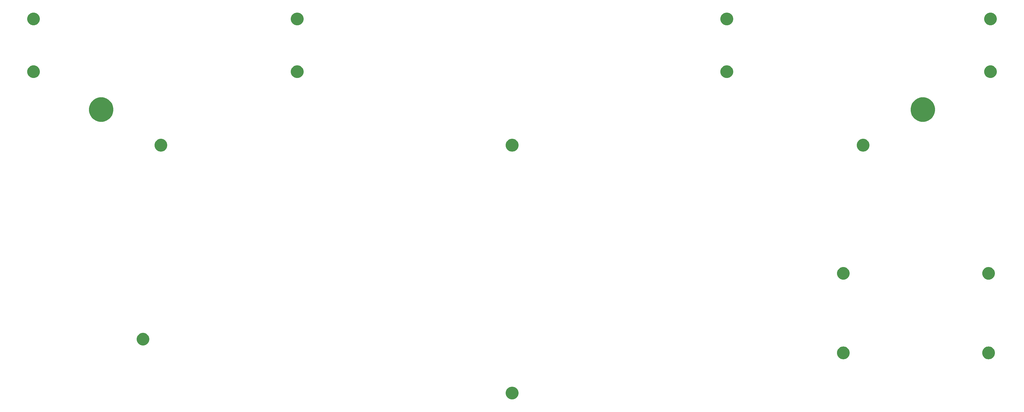
<source format=gts>
G04 #@! TF.GenerationSoftware,KiCad,Pcbnew,(5.1.4)-1*
G04 #@! TF.CreationDate,2020-04-16T22:12:06+01:00*
G04 #@! TF.ProjectId,mysterium-bottom,6d797374-6572-4697-956d-2d626f74746f,rev?*
G04 #@! TF.SameCoordinates,Original*
G04 #@! TF.FileFunction,Soldermask,Top*
G04 #@! TF.FilePolarity,Negative*
%FSLAX46Y46*%
G04 Gerber Fmt 4.6, Leading zero omitted, Abs format (unit mm)*
G04 Created by KiCad (PCBNEW (5.1.4)-1) date 2020-04-16 22:12:06*
%MOMM*%
%LPD*%
G04 APERTURE LIST*
%ADD10C,2.000000*%
G04 APERTURE END LIST*
D10*
G36*
X210695231Y-195473376D02*
G01*
X211075944Y-195549104D01*
X211485600Y-195718789D01*
X211854280Y-195965134D01*
X212167817Y-196278671D01*
X212414162Y-196647351D01*
X212583847Y-197057007D01*
X212670351Y-197491896D01*
X212670351Y-197935304D01*
X212583847Y-198370193D01*
X212414162Y-198779849D01*
X212167817Y-199148529D01*
X211854280Y-199462066D01*
X211485600Y-199708411D01*
X211075944Y-199878096D01*
X210695231Y-199953824D01*
X210641056Y-199964600D01*
X210197646Y-199964600D01*
X210143471Y-199953824D01*
X209762758Y-199878096D01*
X209353102Y-199708411D01*
X208984422Y-199462066D01*
X208670885Y-199148529D01*
X208424540Y-198779849D01*
X208254855Y-198370193D01*
X208168351Y-197935304D01*
X208168351Y-197491896D01*
X208254855Y-197057007D01*
X208424540Y-196647351D01*
X208670885Y-196278671D01*
X208984422Y-195965134D01*
X209353102Y-195718789D01*
X209762758Y-195549104D01*
X210143471Y-195473376D01*
X210197646Y-195462600D01*
X210641056Y-195462600D01*
X210695231Y-195473376D01*
X210695231Y-195473376D01*
G37*
G36*
X328262668Y-181214576D02*
G01*
X328643381Y-181290304D01*
X329053037Y-181459989D01*
X329421717Y-181706334D01*
X329735254Y-182019871D01*
X329981599Y-182388551D01*
X330151284Y-182798207D01*
X330237788Y-183233096D01*
X330237788Y-183676504D01*
X330151284Y-184111393D01*
X329981599Y-184521049D01*
X329735254Y-184889729D01*
X329421717Y-185203266D01*
X329053037Y-185449611D01*
X328643381Y-185619296D01*
X328262668Y-185695024D01*
X328208493Y-185705800D01*
X327765083Y-185705800D01*
X327710908Y-185695024D01*
X327330195Y-185619296D01*
X326920539Y-185449611D01*
X326551859Y-185203266D01*
X326238322Y-184889729D01*
X325991977Y-184521049D01*
X325822292Y-184111393D01*
X325735788Y-183676504D01*
X325735788Y-183233096D01*
X325822292Y-182798207D01*
X325991977Y-182388551D01*
X326238322Y-182019871D01*
X326551859Y-181706334D01*
X326920539Y-181459989D01*
X327330195Y-181290304D01*
X327710908Y-181214576D01*
X327765083Y-181203800D01*
X328208493Y-181203800D01*
X328262668Y-181214576D01*
X328262668Y-181214576D01*
G37*
G36*
X379799392Y-181214576D02*
G01*
X380180105Y-181290304D01*
X380589761Y-181459989D01*
X380958441Y-181706334D01*
X381271978Y-182019871D01*
X381518323Y-182388551D01*
X381688008Y-182798207D01*
X381774512Y-183233096D01*
X381774512Y-183676504D01*
X381688008Y-184111393D01*
X381518323Y-184521049D01*
X381271978Y-184889729D01*
X380958441Y-185203266D01*
X380589761Y-185449611D01*
X380180105Y-185619296D01*
X379799392Y-185695024D01*
X379745217Y-185705800D01*
X379301807Y-185705800D01*
X379247632Y-185695024D01*
X378866919Y-185619296D01*
X378457263Y-185449611D01*
X378088583Y-185203266D01*
X377775046Y-184889729D01*
X377528701Y-184521049D01*
X377359016Y-184111393D01*
X377272512Y-183676504D01*
X377272512Y-183233096D01*
X377359016Y-182798207D01*
X377528701Y-182388551D01*
X377775046Y-182019871D01*
X378088583Y-181706334D01*
X378457263Y-181459989D01*
X378866919Y-181290304D01*
X379247632Y-181214576D01*
X379301807Y-181203800D01*
X379745217Y-181203800D01*
X379799392Y-181214576D01*
X379799392Y-181214576D01*
G37*
G36*
X79677680Y-176347176D02*
G01*
X80058393Y-176422904D01*
X80468049Y-176592589D01*
X80836729Y-176838934D01*
X81150266Y-177152471D01*
X81396611Y-177521151D01*
X81566296Y-177930807D01*
X81652800Y-178365696D01*
X81652800Y-178809104D01*
X81566296Y-179243993D01*
X81396611Y-179653649D01*
X81150266Y-180022329D01*
X80836729Y-180335866D01*
X80468049Y-180582211D01*
X80058393Y-180751896D01*
X79677680Y-180827624D01*
X79623505Y-180838400D01*
X79180095Y-180838400D01*
X79125920Y-180827624D01*
X78745207Y-180751896D01*
X78335551Y-180582211D01*
X77966871Y-180335866D01*
X77653334Y-180022329D01*
X77406989Y-179653649D01*
X77237304Y-179243993D01*
X77150800Y-178809104D01*
X77150800Y-178365696D01*
X77237304Y-177930807D01*
X77406989Y-177521151D01*
X77653334Y-177152471D01*
X77966871Y-176838934D01*
X78335551Y-176592589D01*
X78745207Y-176422904D01*
X79125920Y-176347176D01*
X79180095Y-176336400D01*
X79623505Y-176336400D01*
X79677680Y-176347176D01*
X79677680Y-176347176D01*
G37*
G36*
X328262668Y-152979176D02*
G01*
X328643381Y-153054904D01*
X329053037Y-153224589D01*
X329421717Y-153470934D01*
X329735254Y-153784471D01*
X329981599Y-154153151D01*
X330151284Y-154562807D01*
X330237788Y-154997696D01*
X330237788Y-155441104D01*
X330151284Y-155875993D01*
X329981599Y-156285649D01*
X329735254Y-156654329D01*
X329421717Y-156967866D01*
X329053037Y-157214211D01*
X328643381Y-157383896D01*
X328262668Y-157459624D01*
X328208493Y-157470400D01*
X327765083Y-157470400D01*
X327710908Y-157459624D01*
X327330195Y-157383896D01*
X326920539Y-157214211D01*
X326551859Y-156967866D01*
X326238322Y-156654329D01*
X325991977Y-156285649D01*
X325822292Y-155875993D01*
X325735788Y-155441104D01*
X325735788Y-154997696D01*
X325822292Y-154562807D01*
X325991977Y-154153151D01*
X326238322Y-153784471D01*
X326551859Y-153470934D01*
X326920539Y-153224589D01*
X327330195Y-153054904D01*
X327710908Y-152979176D01*
X327765083Y-152968400D01*
X328208493Y-152968400D01*
X328262668Y-152979176D01*
X328262668Y-152979176D01*
G37*
G36*
X379799392Y-152979176D02*
G01*
X380180105Y-153054904D01*
X380589761Y-153224589D01*
X380958441Y-153470934D01*
X381271978Y-153784471D01*
X381518323Y-154153151D01*
X381688008Y-154562807D01*
X381774512Y-154997696D01*
X381774512Y-155441104D01*
X381688008Y-155875993D01*
X381518323Y-156285649D01*
X381271978Y-156654329D01*
X380958441Y-156967866D01*
X380589761Y-157214211D01*
X380180105Y-157383896D01*
X379799392Y-157459624D01*
X379745217Y-157470400D01*
X379301807Y-157470400D01*
X379247632Y-157459624D01*
X378866919Y-157383896D01*
X378457263Y-157214211D01*
X378088583Y-156967866D01*
X377775046Y-156654329D01*
X377528701Y-156285649D01*
X377359016Y-155875993D01*
X377272512Y-155441104D01*
X377272512Y-154997696D01*
X377359016Y-154562807D01*
X377528701Y-154153151D01*
X377775046Y-153784471D01*
X378088583Y-153470934D01*
X378457263Y-153224589D01*
X378866919Y-153054904D01*
X379247632Y-152979176D01*
X379301807Y-152968400D01*
X379745217Y-152968400D01*
X379799392Y-152979176D01*
X379799392Y-152979176D01*
G37*
G36*
X86038980Y-107462376D02*
G01*
X86419693Y-107538104D01*
X86829349Y-107707789D01*
X87198029Y-107954134D01*
X87511566Y-108267671D01*
X87757911Y-108636351D01*
X87927596Y-109046007D01*
X88014100Y-109480896D01*
X88014100Y-109924304D01*
X87927596Y-110359193D01*
X87757911Y-110768849D01*
X87511566Y-111137529D01*
X87198029Y-111451066D01*
X86829349Y-111697411D01*
X86419693Y-111867096D01*
X86038980Y-111942824D01*
X85984805Y-111953600D01*
X85541395Y-111953600D01*
X85487220Y-111942824D01*
X85106507Y-111867096D01*
X84696851Y-111697411D01*
X84328171Y-111451066D01*
X84014634Y-111137529D01*
X83768289Y-110768849D01*
X83598604Y-110359193D01*
X83512100Y-109924304D01*
X83512100Y-109480896D01*
X83598604Y-109046007D01*
X83768289Y-108636351D01*
X84014634Y-108267671D01*
X84328171Y-107954134D01*
X84696851Y-107707789D01*
X85106507Y-107538104D01*
X85487220Y-107462376D01*
X85541395Y-107451600D01*
X85984805Y-107451600D01*
X86038980Y-107462376D01*
X86038980Y-107462376D01*
G37*
G36*
X210695231Y-107462376D02*
G01*
X211075944Y-107538104D01*
X211485600Y-107707789D01*
X211854280Y-107954134D01*
X212167817Y-108267671D01*
X212414162Y-108636351D01*
X212583847Y-109046007D01*
X212670351Y-109480896D01*
X212670351Y-109924304D01*
X212583847Y-110359193D01*
X212414162Y-110768849D01*
X212167817Y-111137529D01*
X211854280Y-111451066D01*
X211485600Y-111697411D01*
X211075944Y-111867096D01*
X210695231Y-111942824D01*
X210641056Y-111953600D01*
X210197646Y-111953600D01*
X210143471Y-111942824D01*
X209762758Y-111867096D01*
X209353102Y-111697411D01*
X208984422Y-111451066D01*
X208670885Y-111137529D01*
X208424540Y-110768849D01*
X208254855Y-110359193D01*
X208168351Y-109924304D01*
X208168351Y-109480896D01*
X208254855Y-109046007D01*
X208424540Y-108636351D01*
X208670885Y-108267671D01*
X208984422Y-107954134D01*
X209353102Y-107707789D01*
X209762758Y-107538104D01*
X210143471Y-107462376D01*
X210197646Y-107451600D01*
X210641056Y-107451600D01*
X210695231Y-107462376D01*
X210695231Y-107462376D01*
G37*
G36*
X335276480Y-107462376D02*
G01*
X335657193Y-107538104D01*
X336066849Y-107707789D01*
X336435529Y-107954134D01*
X336749066Y-108267671D01*
X336995411Y-108636351D01*
X337165096Y-109046007D01*
X337251600Y-109480896D01*
X337251600Y-109924304D01*
X337165096Y-110359193D01*
X336995411Y-110768849D01*
X336749066Y-111137529D01*
X336435529Y-111451066D01*
X336066849Y-111697411D01*
X335657193Y-111867096D01*
X335276480Y-111942824D01*
X335222305Y-111953600D01*
X334778895Y-111953600D01*
X334724720Y-111942824D01*
X334344007Y-111867096D01*
X333934351Y-111697411D01*
X333565671Y-111451066D01*
X333252134Y-111137529D01*
X333005789Y-110768849D01*
X332836104Y-110359193D01*
X332749600Y-109924304D01*
X332749600Y-109480896D01*
X332836104Y-109046007D01*
X333005789Y-108636351D01*
X333252134Y-108267671D01*
X333565671Y-107954134D01*
X333934351Y-107707789D01*
X334344007Y-107538104D01*
X334724720Y-107462376D01*
X334778895Y-107451600D01*
X335222305Y-107451600D01*
X335276480Y-107462376D01*
X335276480Y-107462376D01*
G37*
G36*
X356761256Y-92726194D02*
G01*
X357482240Y-92869606D01*
X358274072Y-93197593D01*
X358986701Y-93673757D01*
X359592743Y-94279799D01*
X360068907Y-94992428D01*
X360396894Y-95784260D01*
X360564100Y-96624864D01*
X360564100Y-97481936D01*
X360396894Y-98322540D01*
X360068907Y-99114372D01*
X359592743Y-99827001D01*
X358986701Y-100433043D01*
X358274072Y-100909207D01*
X357482240Y-101237194D01*
X356761256Y-101380606D01*
X356641637Y-101404400D01*
X355784563Y-101404400D01*
X355664944Y-101380606D01*
X354943960Y-101237194D01*
X354152128Y-100909207D01*
X353439499Y-100433043D01*
X352833457Y-99827001D01*
X352357293Y-99114372D01*
X352029306Y-98322540D01*
X351862100Y-97481936D01*
X351862100Y-96624864D01*
X352029306Y-95784260D01*
X352357293Y-94992428D01*
X352833457Y-94279799D01*
X353439499Y-93673757D01*
X354152128Y-93197593D01*
X354943960Y-92869606D01*
X355664944Y-92726194D01*
X355784563Y-92702400D01*
X356641637Y-92702400D01*
X356761256Y-92726194D01*
X356761256Y-92726194D01*
G37*
G36*
X65098756Y-92726194D02*
G01*
X65819740Y-92869606D01*
X66611572Y-93197593D01*
X67324201Y-93673757D01*
X67930243Y-94279799D01*
X68406407Y-94992428D01*
X68734394Y-95784260D01*
X68901600Y-96624864D01*
X68901600Y-97481936D01*
X68734394Y-98322540D01*
X68406407Y-99114372D01*
X67930243Y-99827001D01*
X67324201Y-100433043D01*
X66611572Y-100909207D01*
X65819740Y-101237194D01*
X65098756Y-101380606D01*
X64979137Y-101404400D01*
X64122063Y-101404400D01*
X64002444Y-101380606D01*
X63281460Y-101237194D01*
X62489628Y-100909207D01*
X61776999Y-100433043D01*
X61170957Y-99827001D01*
X60694793Y-99114372D01*
X60366806Y-98322540D01*
X60199600Y-97481936D01*
X60199600Y-96624864D01*
X60366806Y-95784260D01*
X60694793Y-94992428D01*
X61170957Y-94279799D01*
X61776999Y-93673757D01*
X62489628Y-93197593D01*
X63281460Y-92869606D01*
X64002444Y-92726194D01*
X64122063Y-92702400D01*
X64979137Y-92702400D01*
X65098756Y-92726194D01*
X65098756Y-92726194D01*
G37*
G36*
X134413280Y-81373176D02*
G01*
X134793993Y-81448904D01*
X135203649Y-81618589D01*
X135572329Y-81864934D01*
X135885866Y-82178471D01*
X136132211Y-82547151D01*
X136301896Y-82956807D01*
X136388400Y-83391696D01*
X136388400Y-83835104D01*
X136301896Y-84269993D01*
X136132211Y-84679649D01*
X135885866Y-85048329D01*
X135572329Y-85361866D01*
X135203649Y-85608211D01*
X134793993Y-85777896D01*
X134413280Y-85853624D01*
X134359105Y-85864400D01*
X133915695Y-85864400D01*
X133861520Y-85853624D01*
X133480807Y-85777896D01*
X133071151Y-85608211D01*
X132702471Y-85361866D01*
X132388934Y-85048329D01*
X132142589Y-84679649D01*
X131972904Y-84269993D01*
X131886400Y-83835104D01*
X131886400Y-83391696D01*
X131972904Y-82956807D01*
X132142589Y-82547151D01*
X132388934Y-82178471D01*
X132702471Y-81864934D01*
X133071151Y-81618589D01*
X133480807Y-81448904D01*
X133861520Y-81373176D01*
X133915695Y-81362400D01*
X134359105Y-81362400D01*
X134413280Y-81373176D01*
X134413280Y-81373176D01*
G37*
G36*
X40826480Y-81373176D02*
G01*
X41207193Y-81448904D01*
X41616849Y-81618589D01*
X41985529Y-81864934D01*
X42299066Y-82178471D01*
X42545411Y-82547151D01*
X42715096Y-82956807D01*
X42801600Y-83391696D01*
X42801600Y-83835104D01*
X42715096Y-84269993D01*
X42545411Y-84679649D01*
X42299066Y-85048329D01*
X41985529Y-85361866D01*
X41616849Y-85608211D01*
X41207193Y-85777896D01*
X40826480Y-85853624D01*
X40772305Y-85864400D01*
X40328895Y-85864400D01*
X40274720Y-85853624D01*
X39894007Y-85777896D01*
X39484351Y-85608211D01*
X39115671Y-85361866D01*
X38802134Y-85048329D01*
X38555789Y-84679649D01*
X38386104Y-84269993D01*
X38299600Y-83835104D01*
X38299600Y-83391696D01*
X38386104Y-82956807D01*
X38555789Y-82547151D01*
X38802134Y-82178471D01*
X39115671Y-81864934D01*
X39484351Y-81618589D01*
X39894007Y-81448904D01*
X40274720Y-81373176D01*
X40328895Y-81362400D01*
X40772305Y-81362400D01*
X40826480Y-81373176D01*
X40826480Y-81373176D01*
G37*
G36*
X380488980Y-81373176D02*
G01*
X380869693Y-81448904D01*
X381279349Y-81618589D01*
X381648029Y-81864934D01*
X381961566Y-82178471D01*
X382207911Y-82547151D01*
X382377596Y-82956807D01*
X382464100Y-83391696D01*
X382464100Y-83835104D01*
X382377596Y-84269993D01*
X382207911Y-84679649D01*
X381961566Y-85048329D01*
X381648029Y-85361866D01*
X381279349Y-85608211D01*
X380869693Y-85777896D01*
X380488980Y-85853624D01*
X380434805Y-85864400D01*
X379991395Y-85864400D01*
X379937220Y-85853624D01*
X379556507Y-85777896D01*
X379146851Y-85608211D01*
X378778171Y-85361866D01*
X378464634Y-85048329D01*
X378218289Y-84679649D01*
X378048604Y-84269993D01*
X377962100Y-83835104D01*
X377962100Y-83391696D01*
X378048604Y-82956807D01*
X378218289Y-82547151D01*
X378464634Y-82178471D01*
X378778171Y-81864934D01*
X379146851Y-81618589D01*
X379556507Y-81448904D01*
X379937220Y-81373176D01*
X379991395Y-81362400D01*
X380434805Y-81362400D01*
X380488980Y-81373176D01*
X380488980Y-81373176D01*
G37*
G36*
X286902180Y-81373176D02*
G01*
X287282893Y-81448904D01*
X287692549Y-81618589D01*
X288061229Y-81864934D01*
X288374766Y-82178471D01*
X288621111Y-82547151D01*
X288790796Y-82956807D01*
X288877300Y-83391696D01*
X288877300Y-83835104D01*
X288790796Y-84269993D01*
X288621111Y-84679649D01*
X288374766Y-85048329D01*
X288061229Y-85361866D01*
X287692549Y-85608211D01*
X287282893Y-85777896D01*
X286902180Y-85853624D01*
X286848005Y-85864400D01*
X286404595Y-85864400D01*
X286350420Y-85853624D01*
X285969707Y-85777896D01*
X285560051Y-85608211D01*
X285191371Y-85361866D01*
X284877834Y-85048329D01*
X284631489Y-84679649D01*
X284461804Y-84269993D01*
X284375300Y-83835104D01*
X284375300Y-83391696D01*
X284461804Y-82956807D01*
X284631489Y-82547151D01*
X284877834Y-82178471D01*
X285191371Y-81864934D01*
X285560051Y-81618589D01*
X285969707Y-81448904D01*
X286350420Y-81373176D01*
X286404595Y-81362400D01*
X286848005Y-81362400D01*
X286902180Y-81373176D01*
X286902180Y-81373176D01*
G37*
G36*
X380488980Y-62623176D02*
G01*
X380869693Y-62698904D01*
X381279349Y-62868589D01*
X381648029Y-63114934D01*
X381961566Y-63428471D01*
X382207911Y-63797151D01*
X382377596Y-64206807D01*
X382464100Y-64641696D01*
X382464100Y-65085104D01*
X382377596Y-65519993D01*
X382207911Y-65929649D01*
X381961566Y-66298329D01*
X381648029Y-66611866D01*
X381279349Y-66858211D01*
X380869693Y-67027896D01*
X380488980Y-67103624D01*
X380434805Y-67114400D01*
X379991395Y-67114400D01*
X379937220Y-67103624D01*
X379556507Y-67027896D01*
X379146851Y-66858211D01*
X378778171Y-66611866D01*
X378464634Y-66298329D01*
X378218289Y-65929649D01*
X378048604Y-65519993D01*
X377962100Y-65085104D01*
X377962100Y-64641696D01*
X378048604Y-64206807D01*
X378218289Y-63797151D01*
X378464634Y-63428471D01*
X378778171Y-63114934D01*
X379146851Y-62868589D01*
X379556507Y-62698904D01*
X379937220Y-62623176D01*
X379991395Y-62612400D01*
X380434805Y-62612400D01*
X380488980Y-62623176D01*
X380488980Y-62623176D01*
G37*
G36*
X40826480Y-62623176D02*
G01*
X41207193Y-62698904D01*
X41616849Y-62868589D01*
X41985529Y-63114934D01*
X42299066Y-63428471D01*
X42545411Y-63797151D01*
X42715096Y-64206807D01*
X42801600Y-64641696D01*
X42801600Y-65085104D01*
X42715096Y-65519993D01*
X42545411Y-65929649D01*
X42299066Y-66298329D01*
X41985529Y-66611866D01*
X41616849Y-66858211D01*
X41207193Y-67027896D01*
X40826480Y-67103624D01*
X40772305Y-67114400D01*
X40328895Y-67114400D01*
X40274720Y-67103624D01*
X39894007Y-67027896D01*
X39484351Y-66858211D01*
X39115671Y-66611866D01*
X38802134Y-66298329D01*
X38555789Y-65929649D01*
X38386104Y-65519993D01*
X38299600Y-65085104D01*
X38299600Y-64641696D01*
X38386104Y-64206807D01*
X38555789Y-63797151D01*
X38802134Y-63428471D01*
X39115671Y-63114934D01*
X39484351Y-62868589D01*
X39894007Y-62698904D01*
X40274720Y-62623176D01*
X40328895Y-62612400D01*
X40772305Y-62612400D01*
X40826480Y-62623176D01*
X40826480Y-62623176D01*
G37*
G36*
X286902180Y-62623176D02*
G01*
X287282893Y-62698904D01*
X287692549Y-62868589D01*
X288061229Y-63114934D01*
X288374766Y-63428471D01*
X288621111Y-63797151D01*
X288790796Y-64206807D01*
X288877300Y-64641696D01*
X288877300Y-65085104D01*
X288790796Y-65519993D01*
X288621111Y-65929649D01*
X288374766Y-66298329D01*
X288061229Y-66611866D01*
X287692549Y-66858211D01*
X287282893Y-67027896D01*
X286902180Y-67103624D01*
X286848005Y-67114400D01*
X286404595Y-67114400D01*
X286350420Y-67103624D01*
X285969707Y-67027896D01*
X285560051Y-66858211D01*
X285191371Y-66611866D01*
X284877834Y-66298329D01*
X284631489Y-65929649D01*
X284461804Y-65519993D01*
X284375300Y-65085104D01*
X284375300Y-64641696D01*
X284461804Y-64206807D01*
X284631489Y-63797151D01*
X284877834Y-63428471D01*
X285191371Y-63114934D01*
X285560051Y-62868589D01*
X285969707Y-62698904D01*
X286350420Y-62623176D01*
X286404595Y-62612400D01*
X286848005Y-62612400D01*
X286902180Y-62623176D01*
X286902180Y-62623176D01*
G37*
G36*
X134413280Y-62623176D02*
G01*
X134793993Y-62698904D01*
X135203649Y-62868589D01*
X135572329Y-63114934D01*
X135885866Y-63428471D01*
X136132211Y-63797151D01*
X136301896Y-64206807D01*
X136388400Y-64641696D01*
X136388400Y-65085104D01*
X136301896Y-65519993D01*
X136132211Y-65929649D01*
X135885866Y-66298329D01*
X135572329Y-66611866D01*
X135203649Y-66858211D01*
X134793993Y-67027896D01*
X134413280Y-67103624D01*
X134359105Y-67114400D01*
X133915695Y-67114400D01*
X133861520Y-67103624D01*
X133480807Y-67027896D01*
X133071151Y-66858211D01*
X132702471Y-66611866D01*
X132388934Y-66298329D01*
X132142589Y-65929649D01*
X131972904Y-65519993D01*
X131886400Y-65085104D01*
X131886400Y-64641696D01*
X131972904Y-64206807D01*
X132142589Y-63797151D01*
X132388934Y-63428471D01*
X132702471Y-63114934D01*
X133071151Y-62868589D01*
X133480807Y-62698904D01*
X133861520Y-62623176D01*
X133915695Y-62612400D01*
X134359105Y-62612400D01*
X134413280Y-62623176D01*
X134413280Y-62623176D01*
G37*
M02*

</source>
